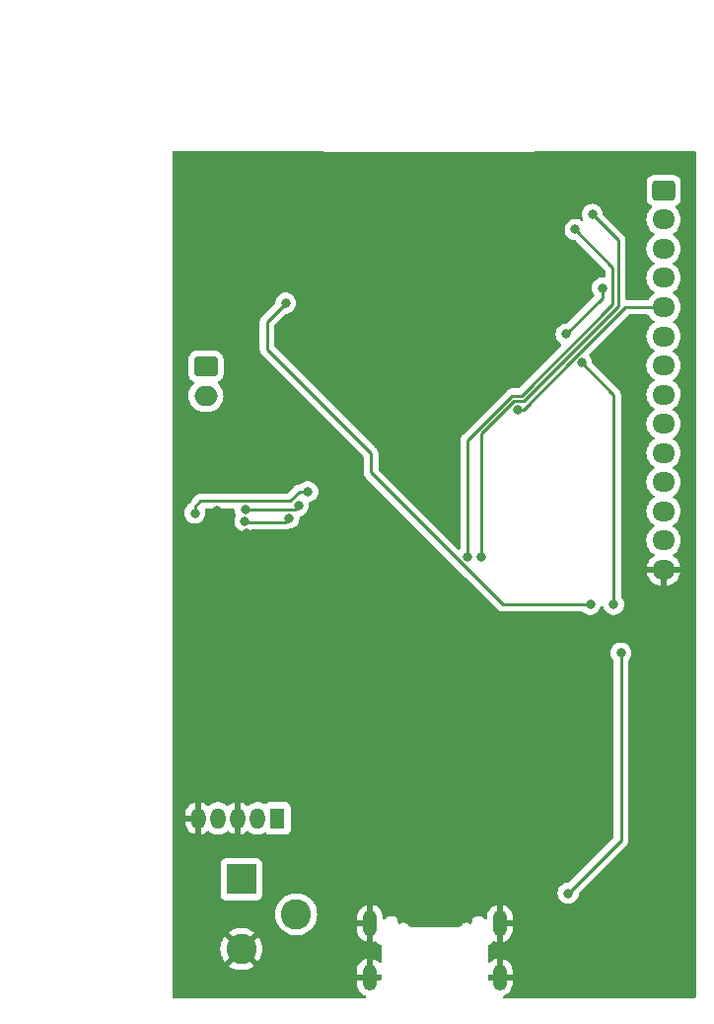
<source format=gbr>
%TF.GenerationSoftware,KiCad,Pcbnew,7.0.8*%
%TF.CreationDate,2025-04-01T23:17:51+07:00*%
%TF.ProjectId,esp32_smth,65737033-325f-4736-9d74-682e6b696361,rev?*%
%TF.SameCoordinates,Original*%
%TF.FileFunction,Copper,L2,Bot*%
%TF.FilePolarity,Positive*%
%FSLAX46Y46*%
G04 Gerber Fmt 4.6, Leading zero omitted, Abs format (unit mm)*
G04 Created by KiCad (PCBNEW 7.0.8) date 2025-04-01 23:17:51*
%MOMM*%
%LPD*%
G01*
G04 APERTURE LIST*
G04 Aperture macros list*
%AMRoundRect*
0 Rectangle with rounded corners*
0 $1 Rounding radius*
0 $2 $3 $4 $5 $6 $7 $8 $9 X,Y pos of 4 corners*
0 Add a 4 corners polygon primitive as box body*
4,1,4,$2,$3,$4,$5,$6,$7,$8,$9,$2,$3,0*
0 Add four circle primitives for the rounded corners*
1,1,$1+$1,$2,$3*
1,1,$1+$1,$4,$5*
1,1,$1+$1,$6,$7*
1,1,$1+$1,$8,$9*
0 Add four rect primitives between the rounded corners*
20,1,$1+$1,$2,$3,$4,$5,0*
20,1,$1+$1,$4,$5,$6,$7,0*
20,1,$1+$1,$6,$7,$8,$9,0*
20,1,$1+$1,$8,$9,$2,$3,0*%
G04 Aperture macros list end*
%TA.AperFunction,ComponentPad*%
%ADD10R,2.600000X2.600000*%
%TD*%
%TA.AperFunction,ComponentPad*%
%ADD11C,2.600000*%
%TD*%
%TA.AperFunction,ComponentPad*%
%ADD12O,1.200000X2.250000*%
%TD*%
%TA.AperFunction,ComponentPad*%
%ADD13RoundRect,0.250000X-0.725000X0.600000X-0.725000X-0.600000X0.725000X-0.600000X0.725000X0.600000X0*%
%TD*%
%TA.AperFunction,ComponentPad*%
%ADD14O,1.950000X1.700000*%
%TD*%
%TA.AperFunction,ComponentPad*%
%ADD15R,1.275000X1.800000*%
%TD*%
%TA.AperFunction,ComponentPad*%
%ADD16O,1.275000X1.800000*%
%TD*%
%TA.AperFunction,ComponentPad*%
%ADD17RoundRect,0.250000X-0.750000X0.600000X-0.750000X-0.600000X0.750000X-0.600000X0.750000X0.600000X0*%
%TD*%
%TA.AperFunction,ComponentPad*%
%ADD18O,2.000000X1.700000*%
%TD*%
%TA.AperFunction,ViaPad*%
%ADD19C,0.800000*%
%TD*%
%TA.AperFunction,Conductor*%
%ADD20C,0.250000*%
%TD*%
G04 APERTURE END LIST*
D10*
%TO.P,J4,1*%
%TO.N,VCC*%
X182675000Y-148850000D03*
D11*
%TO.P,J4,2*%
%TO.N,GND*%
X182675000Y-154850000D03*
%TO.P,J4,3*%
%TO.N,N/C*%
X187375000Y-151850000D03*
%TD*%
D12*
%TO.P,J2,S1,SHIELD*%
%TO.N,GND*%
X193690000Y-157252500D03*
X193710000Y-152652500D03*
X204840000Y-157252500D03*
X204860000Y-152652500D03*
%TD*%
D13*
%TO.P,J1,1,Pin_1*%
%TO.N,MOSI*%
X218925000Y-89800000D03*
D14*
%TO.P,J1,2,Pin_2*%
%TO.N,MISO*%
X218925000Y-92300000D03*
%TO.P,J1,3,Pin_3*%
%TO.N,PWR*%
X218925000Y-94800000D03*
%TO.P,J1,4,Pin_4*%
%TO.N,DC*%
X218925000Y-97300000D03*
%TO.P,J1,5,Pin_5*%
%TO.N,RESET*%
X218925000Y-99800000D03*
%TO.P,J1,6,Pin_6*%
%TO.N,SCLK*%
X218925000Y-102300000D03*
%TO.P,J1,7,Pin_7*%
%TO.N,CS*%
X218925000Y-104800000D03*
%TO.P,J1,8,Pin_8*%
%TO.N,CS2*%
X218925000Y-107300000D03*
%TO.P,J1,9,Pin_9*%
%TO.N,unconnected-(J1-Pin_9-Pad9)*%
X218925000Y-109800000D03*
%TO.P,J1,10,Pin_10*%
%TO.N,unconnected-(J1-Pin_10-Pad10)*%
X218925000Y-112300000D03*
%TO.P,J1,11,Pin_11*%
%TO.N,unconnected-(J1-Pin_11-Pad11)*%
X218925000Y-114800000D03*
%TO.P,J1,12,Pin_12*%
%TO.N,unconnected-(J1-Pin_12-Pad12)*%
X218925000Y-117300000D03*
%TO.P,J1,13,Pin_13*%
%TO.N,PWR*%
X218925000Y-119800000D03*
%TO.P,J1,14,Pin_14*%
%TO.N,GND*%
X218925000Y-122300000D03*
%TD*%
D15*
%TO.P,U2,1,VIN*%
%TO.N,VCC*%
X185775000Y-143630000D03*
D16*
%TO.P,U2,2,OUT*%
%TO.N,Net-(D1-K)*%
X184075000Y-143630000D03*
%TO.P,U2,3,GND*%
%TO.N,GND*%
X182375000Y-143630000D03*
%TO.P,U2,4,FB*%
%TO.N,Net-(U2-FB)*%
X180675000Y-143630000D03*
%TO.P,U2,5,~{ON}/OFF*%
%TO.N,GND*%
X178975000Y-143630000D03*
%TD*%
D17*
%TO.P,J3,1,Pin_1*%
%TO.N,Net-(J3-Pin_2)*%
X179625000Y-104900000D03*
D18*
%TO.P,J3,2,Pin_2*%
%TO.N,Net-(J3-Pin_1)*%
X179625000Y-107400000D03*
%TD*%
D19*
%TO.N,GND*%
X201175000Y-94275000D03*
X206975000Y-152700000D03*
X191525000Y-152750000D03*
X179775000Y-146325000D03*
X180600000Y-117199500D03*
X183075000Y-119200000D03*
X178075000Y-116300000D03*
X177350000Y-121375000D03*
X182525000Y-109800000D03*
X177375000Y-111475000D03*
%TO.N,EN*%
X186475000Y-99450000D03*
X215257393Y-129468009D03*
X210725000Y-150050000D03*
X212625000Y-125275000D03*
%TO.N,DC*%
X210550000Y-102125000D03*
X213675000Y-98150000D03*
%TO.N,RESET*%
X206400000Y-108575000D03*
%TO.N,DIN*%
X178675000Y-117475000D03*
X188375000Y-115625000D03*
%TO.N,BOOT*%
X214625000Y-125300000D03*
X211875000Y-104575000D03*
%TO.N,RX0*%
X211325000Y-93150000D03*
X202100000Y-121250000D03*
%TO.N,TX0*%
X212800000Y-91850000D03*
X203300000Y-121225000D03*
%TO.N,LRCLK*%
X182965595Y-118173461D03*
X186750000Y-117899500D03*
%TO.N,BCLK*%
X182999951Y-117174549D03*
X187575000Y-116825000D03*
%TD*%
D20*
%TO.N,LRCLK*%
X186385896Y-118263604D02*
X186750000Y-117899500D01*
X182965595Y-118173461D02*
X183055738Y-118263604D01*
X183055738Y-118263604D02*
X186385896Y-118263604D01*
%TO.N,BCLK*%
X187225000Y-117175000D02*
X187575000Y-116825000D01*
X183000402Y-117175000D02*
X187225000Y-117175000D01*
X182999951Y-117174549D02*
X183000402Y-117175000D01*
%TO.N,DIN*%
X179175000Y-116425000D02*
X178675000Y-116925000D01*
X186850000Y-116425000D02*
X179175000Y-116425000D01*
X187650000Y-115625000D02*
X186850000Y-116425000D01*
X178675000Y-116925000D02*
X178675000Y-117475000D01*
X188375000Y-115625000D02*
X187650000Y-115625000D01*
%TO.N,EN*%
X193800000Y-113975305D02*
X205099695Y-125275000D01*
X193800000Y-112350000D02*
X193800000Y-113975305D01*
X184875000Y-103425000D02*
X193800000Y-112350000D01*
X205099695Y-125275000D02*
X212625000Y-125275000D01*
X184875000Y-101050000D02*
X184875000Y-103425000D01*
X186475000Y-99450000D02*
X184875000Y-101050000D01*
X215257393Y-129468009D02*
X215257393Y-145517607D01*
X215257393Y-145517607D02*
X210725000Y-150050000D01*
%TO.N,DC*%
X213675000Y-99000000D02*
X210550000Y-102125000D01*
X213675000Y-98150000D02*
X213675000Y-99000000D01*
%TO.N,RESET*%
X211150000Y-104274695D02*
X211574695Y-103850000D01*
X206875000Y-108575000D02*
X211150000Y-104300000D01*
X215650000Y-99800000D02*
X218925000Y-99800000D01*
X211574695Y-103850000D02*
X211600000Y-103850000D01*
X211150000Y-104300000D02*
X211150000Y-104274695D01*
X206400000Y-108575000D02*
X206875000Y-108575000D01*
X211600000Y-103850000D02*
X215650000Y-99800000D01*
%TO.N,BOOT*%
X214625000Y-107325000D02*
X211875000Y-104575000D01*
X214625000Y-125300000D02*
X214625000Y-107325000D01*
%TO.N,RX0*%
X214550000Y-96375000D02*
X211325000Y-93150000D01*
X214550000Y-99563604D02*
X214550000Y-96375000D01*
X205913299Y-107400000D02*
X206713604Y-107400000D01*
X206713604Y-107400000D02*
X214550000Y-99563604D01*
X202100000Y-121250000D02*
X202100000Y-111213299D01*
X202100000Y-111213299D02*
X205913299Y-107400000D01*
%TO.N,TX0*%
X206900000Y-107850000D02*
X215025000Y-99725000D01*
X215025000Y-94075000D02*
X212800000Y-91850000D01*
X215025000Y-99725000D02*
X215025000Y-94075000D01*
X203300000Y-110649695D02*
X206099695Y-107850000D01*
X203300000Y-121225000D02*
X203300000Y-110649695D01*
X206099695Y-107850000D02*
X206900000Y-107850000D01*
%TD*%
%TA.AperFunction,Conductor*%
%TO.N,GND*%
G36*
X163533614Y-82036788D02*
G01*
X163533610Y-82036788D01*
X216112906Y-75641201D01*
X163533614Y-82036788D01*
G37*
%TD.AperFunction*%
%TD*%
%TA.AperFunction,Conductor*%
%TO.N,GND*%
G36*
X189743039Y-86420185D02*
G01*
X189788794Y-86472989D01*
X189793188Y-86493188D01*
X189800000Y-86500000D01*
X207800000Y-86500000D01*
X207810184Y-86489815D01*
X207819685Y-86457461D01*
X207872489Y-86411706D01*
X207924000Y-86400500D01*
X221575500Y-86400500D01*
X221642539Y-86420185D01*
X221688294Y-86472989D01*
X221699500Y-86524500D01*
X221699500Y-158925500D01*
X221679815Y-158992539D01*
X221627011Y-159038294D01*
X221575500Y-159049500D01*
X205272683Y-159049500D01*
X205205644Y-159029815D01*
X205159889Y-158977011D01*
X205149945Y-158907853D01*
X205178970Y-158844297D01*
X205221172Y-158812705D01*
X205392507Y-158734459D01*
X205563619Y-158612610D01*
X205563625Y-158612604D01*
X205708592Y-158460567D01*
X205822166Y-158283842D01*
X205900244Y-158088814D01*
X205940000Y-157882537D01*
X205940000Y-157502500D01*
X205140000Y-157502500D01*
X205140000Y-157002500D01*
X205940000Y-157002500D01*
X205940000Y-156675101D01*
X205925034Y-156518377D01*
X205925033Y-156518373D01*
X205865850Y-156316813D01*
X205769586Y-156130085D01*
X205639731Y-155964962D01*
X205639728Y-155964959D01*
X205480969Y-155827394D01*
X205480958Y-155827385D01*
X205299039Y-155722355D01*
X205299032Y-155722352D01*
X205100516Y-155653644D01*
X205090000Y-155652132D01*
X205090000Y-156561389D01*
X205065543Y-156521890D01*
X204976038Y-156454299D01*
X204868160Y-156423605D01*
X204756479Y-156433954D01*
X204656078Y-156483948D01*
X204590000Y-156556430D01*
X204590000Y-155656240D01*
X204589999Y-155656240D01*
X204478594Y-155683268D01*
X204478582Y-155683272D01*
X204287497Y-155770537D01*
X204287496Y-155770538D01*
X204116380Y-155892389D01*
X204116373Y-155892395D01*
X204044244Y-155968043D01*
X203983735Y-156002978D01*
X203913944Y-155999653D01*
X203857030Y-155959124D01*
X203831062Y-155894259D01*
X203830501Y-155882473D01*
X203830501Y-154658266D01*
X203832085Y-154638509D01*
X203837448Y-154605294D01*
X203849899Y-154567759D01*
X203860786Y-154546871D01*
X203884430Y-154515163D01*
X203901338Y-154498771D01*
X203933758Y-154476126D01*
X203964292Y-154461395D01*
X203982918Y-154454197D01*
X204035433Y-154438629D01*
X204035554Y-154438574D01*
X204035561Y-154438573D01*
X204146893Y-154370466D01*
X204237045Y-154276093D01*
X204256084Y-154241510D01*
X204305658Y-154192279D01*
X204373981Y-154177662D01*
X204405266Y-154184135D01*
X204599487Y-154251356D01*
X204610000Y-154252867D01*
X204610000Y-153343610D01*
X204634457Y-153383110D01*
X204723962Y-153450701D01*
X204831840Y-153481395D01*
X204943521Y-153471046D01*
X205043922Y-153421052D01*
X205110000Y-153348569D01*
X205110000Y-154248757D01*
X205221409Y-154221729D01*
X205412507Y-154134459D01*
X205583619Y-154012610D01*
X205583625Y-154012604D01*
X205728592Y-153860567D01*
X205842166Y-153683842D01*
X205920244Y-153488814D01*
X205960000Y-153282537D01*
X205960000Y-152902500D01*
X205160000Y-152902500D01*
X205160000Y-152402500D01*
X205960000Y-152402500D01*
X205960000Y-152075101D01*
X205945034Y-151918377D01*
X205945033Y-151918373D01*
X205885850Y-151716813D01*
X205789586Y-151530085D01*
X205659731Y-151364962D01*
X205659728Y-151364959D01*
X205500969Y-151227394D01*
X205500958Y-151227385D01*
X205319039Y-151122355D01*
X205319032Y-151122352D01*
X205120516Y-151053644D01*
X205110000Y-151052132D01*
X205110000Y-151961389D01*
X205085543Y-151921890D01*
X204996038Y-151854299D01*
X204888160Y-151823605D01*
X204776479Y-151833954D01*
X204676078Y-151883948D01*
X204610000Y-151956430D01*
X204610000Y-151056240D01*
X204609999Y-151056240D01*
X204498594Y-151083268D01*
X204498582Y-151083272D01*
X204307497Y-151170537D01*
X204307496Y-151170538D01*
X204136380Y-151292389D01*
X204136374Y-151292395D01*
X203991407Y-151444432D01*
X203877833Y-151621157D01*
X203799755Y-151816185D01*
X203760000Y-152022462D01*
X203760000Y-152206684D01*
X203740315Y-152273723D01*
X203687511Y-152319478D01*
X203618353Y-152329422D01*
X203554797Y-152300397D01*
X203537625Y-152282171D01*
X203479701Y-152206684D01*
X203445451Y-152162049D01*
X203325233Y-152069802D01*
X203325229Y-152069800D01*
X203261801Y-152043527D01*
X203185236Y-152011813D01*
X203171171Y-152009961D01*
X203072727Y-151997000D01*
X203072720Y-151997000D01*
X202997280Y-151997000D01*
X202997272Y-151997000D01*
X202884764Y-152011813D01*
X202884763Y-152011813D01*
X202744770Y-152069800D01*
X202744767Y-152069801D01*
X202744767Y-152069802D01*
X202705806Y-152099698D01*
X202624549Y-152162049D01*
X202532300Y-152282270D01*
X202474313Y-152422263D01*
X202474313Y-152422264D01*
X202454158Y-152575352D01*
X202425891Y-152639248D01*
X202367567Y-152677719D01*
X202297702Y-152678550D01*
X202269219Y-152666553D01*
X202173189Y-152611110D01*
X202173186Y-152611109D01*
X202045892Y-152577001D01*
X201914108Y-152577001D01*
X201786814Y-152611109D01*
X201739071Y-152638674D01*
X201690784Y-152666553D01*
X201672684Y-152677003D01*
X201579502Y-152770183D01*
X201551978Y-152817855D01*
X201539577Y-152835564D01*
X201516073Y-152863572D01*
X201483082Y-152891252D01*
X201460952Y-152904027D01*
X201420484Y-152918753D01*
X201384381Y-152925117D01*
X201362855Y-152927000D01*
X197197062Y-152927000D01*
X197175541Y-152925118D01*
X197139514Y-152918768D01*
X197099046Y-152904043D01*
X197076910Y-152891265D01*
X197043917Y-152863584D01*
X197039546Y-152858376D01*
X197020466Y-152835639D01*
X197008066Y-152817931D01*
X196997935Y-152800385D01*
X196979111Y-152765212D01*
X196977125Y-152764515D01*
X196961824Y-152751512D01*
X196887317Y-152677003D01*
X196869217Y-152666553D01*
X196820930Y-152638674D01*
X196773187Y-152611109D01*
X196657573Y-152580131D01*
X196645892Y-152577001D01*
X196514108Y-152577001D01*
X196386815Y-152611109D01*
X196386814Y-152611109D01*
X196300073Y-152661189D01*
X196232173Y-152677661D01*
X196166146Y-152654808D01*
X196122956Y-152599886D01*
X196115135Y-152569986D01*
X196095687Y-152422265D01*
X196095687Y-152422264D01*
X196037698Y-152282267D01*
X195945451Y-152162049D01*
X195825233Y-152069802D01*
X195825229Y-152069800D01*
X195761801Y-152043527D01*
X195685236Y-152011813D01*
X195671171Y-152009961D01*
X195572727Y-151997000D01*
X195572720Y-151997000D01*
X195497280Y-151997000D01*
X195497272Y-151997000D01*
X195384764Y-152011813D01*
X195384763Y-152011813D01*
X195244770Y-152069800D01*
X195244767Y-152069801D01*
X195244767Y-152069802D01*
X195124549Y-152162049D01*
X195124548Y-152162050D01*
X195124547Y-152162051D01*
X195032375Y-152282171D01*
X194975947Y-152323373D01*
X194906201Y-152327528D01*
X194845281Y-152293315D01*
X194812529Y-152231598D01*
X194810000Y-152206684D01*
X194810000Y-152075101D01*
X194795034Y-151918377D01*
X194795033Y-151918373D01*
X194735850Y-151716813D01*
X194639586Y-151530085D01*
X194509731Y-151364962D01*
X194509728Y-151364959D01*
X194350969Y-151227394D01*
X194350958Y-151227385D01*
X194169039Y-151122355D01*
X194169032Y-151122352D01*
X193970516Y-151053644D01*
X193960000Y-151052132D01*
X193960000Y-151961389D01*
X193935543Y-151921890D01*
X193846038Y-151854299D01*
X193738160Y-151823605D01*
X193626479Y-151833954D01*
X193526078Y-151883948D01*
X193460000Y-151956430D01*
X193460000Y-151056240D01*
X193459999Y-151056240D01*
X193348594Y-151083268D01*
X193348582Y-151083272D01*
X193157497Y-151170537D01*
X193157496Y-151170538D01*
X192986380Y-151292389D01*
X192986374Y-151292395D01*
X192841407Y-151444432D01*
X192727833Y-151621157D01*
X192649755Y-151816185D01*
X192610000Y-152022462D01*
X192610000Y-152402500D01*
X193410000Y-152402500D01*
X193410000Y-152902500D01*
X192610000Y-152902500D01*
X192610000Y-153229898D01*
X192624965Y-153386622D01*
X192624966Y-153386626D01*
X192684149Y-153588186D01*
X192780413Y-153774914D01*
X192910268Y-153940037D01*
X192910271Y-153940040D01*
X193069030Y-154077605D01*
X193069041Y-154077614D01*
X193250960Y-154182644D01*
X193250967Y-154182647D01*
X193449487Y-154251356D01*
X193460000Y-154252867D01*
X193460000Y-153343610D01*
X193484457Y-153383110D01*
X193573962Y-153450701D01*
X193681840Y-153481395D01*
X193793521Y-153471046D01*
X193893922Y-153421052D01*
X193960000Y-153348569D01*
X193960000Y-154248757D01*
X194071412Y-154221729D01*
X194143849Y-154188648D01*
X194213007Y-154178704D01*
X194276563Y-154207729D01*
X194303986Y-154241636D01*
X194322956Y-154276091D01*
X194322957Y-154276093D01*
X194413109Y-154370465D01*
X194524441Y-154438571D01*
X194577100Y-154454197D01*
X194577376Y-154454279D01*
X194596022Y-154461493D01*
X194626253Y-154476094D01*
X194658659Y-154498747D01*
X194675570Y-154515151D01*
X194699202Y-154546861D01*
X194710087Y-154567753D01*
X194722533Y-154605287D01*
X194727916Y-154638634D01*
X194729501Y-154658395D01*
X194729501Y-155911580D01*
X194709816Y-155978619D01*
X194657012Y-156024374D01*
X194587854Y-156034318D01*
X194524298Y-156005293D01*
X194508031Y-155988233D01*
X194489727Y-155964958D01*
X194330969Y-155827394D01*
X194330958Y-155827385D01*
X194149039Y-155722355D01*
X194149032Y-155722352D01*
X193950516Y-155653644D01*
X193940000Y-155652132D01*
X193940000Y-156561389D01*
X193915543Y-156521890D01*
X193826038Y-156454299D01*
X193718160Y-156423605D01*
X193606479Y-156433954D01*
X193506078Y-156483948D01*
X193440000Y-156556430D01*
X193440000Y-155656240D01*
X193439999Y-155656240D01*
X193328594Y-155683268D01*
X193328582Y-155683272D01*
X193137497Y-155770537D01*
X193137496Y-155770538D01*
X192966380Y-155892389D01*
X192966374Y-155892395D01*
X192821407Y-156044432D01*
X192707833Y-156221157D01*
X192629755Y-156416185D01*
X192590000Y-156622462D01*
X192590000Y-157002500D01*
X193390000Y-157002500D01*
X193390000Y-157502500D01*
X192590000Y-157502500D01*
X192590000Y-157829898D01*
X192604965Y-157986622D01*
X192604966Y-157986626D01*
X192664149Y-158188186D01*
X192760413Y-158374914D01*
X192890268Y-158540037D01*
X192890271Y-158540040D01*
X193049030Y-158677605D01*
X193049041Y-158677614D01*
X193230960Y-158782644D01*
X193230967Y-158782647D01*
X193305142Y-158808320D01*
X193362056Y-158848848D01*
X193388024Y-158913713D01*
X193374801Y-158982320D01*
X193326585Y-159032887D01*
X193264585Y-159049500D01*
X176874500Y-159049500D01*
X176807461Y-159029815D01*
X176761706Y-158977011D01*
X176750500Y-158925500D01*
X176750500Y-154850004D01*
X180869953Y-154850004D01*
X180890113Y-155119026D01*
X180890113Y-155119028D01*
X180950142Y-155382033D01*
X180950148Y-155382052D01*
X181048709Y-155633181D01*
X181048708Y-155633181D01*
X181183602Y-155866822D01*
X181237294Y-155934151D01*
X181237295Y-155934151D01*
X181958338Y-155213108D01*
X182045577Y-155351948D01*
X182173052Y-155479423D01*
X182311890Y-155566661D01*
X181589848Y-156288702D01*
X181772483Y-156413220D01*
X181772485Y-156413221D01*
X182015539Y-156530269D01*
X182015537Y-156530269D01*
X182273337Y-156609790D01*
X182273343Y-156609792D01*
X182540101Y-156649999D01*
X182540110Y-156650000D01*
X182809890Y-156650000D01*
X182809898Y-156649999D01*
X183076656Y-156609792D01*
X183076662Y-156609790D01*
X183334461Y-156530269D01*
X183577521Y-156413218D01*
X183760150Y-156288702D01*
X183038108Y-155566661D01*
X183176948Y-155479423D01*
X183304423Y-155351948D01*
X183391661Y-155213108D01*
X184112703Y-155934151D01*
X184112704Y-155934150D01*
X184166393Y-155866828D01*
X184166400Y-155866817D01*
X184301290Y-155633181D01*
X184399851Y-155382052D01*
X184399857Y-155382033D01*
X184459886Y-155119028D01*
X184459886Y-155119026D01*
X184480047Y-154850004D01*
X184480047Y-154849995D01*
X184459886Y-154580973D01*
X184459886Y-154580971D01*
X184399857Y-154317966D01*
X184399851Y-154317947D01*
X184301290Y-154066818D01*
X184301291Y-154066818D01*
X184166397Y-153833177D01*
X184112704Y-153765847D01*
X183391660Y-154486890D01*
X183304423Y-154348052D01*
X183176948Y-154220577D01*
X183038108Y-154133338D01*
X183760150Y-153411296D01*
X183577517Y-153286779D01*
X183577516Y-153286778D01*
X183334460Y-153169730D01*
X183334462Y-153169730D01*
X183076662Y-153090209D01*
X183076656Y-153090207D01*
X182809898Y-153050000D01*
X182540101Y-153050000D01*
X182273343Y-153090207D01*
X182273337Y-153090209D01*
X182015538Y-153169730D01*
X181772485Y-153286778D01*
X181772476Y-153286783D01*
X181589848Y-153411296D01*
X182311891Y-154133338D01*
X182173052Y-154220577D01*
X182045577Y-154348052D01*
X181958338Y-154486891D01*
X181237295Y-153765848D01*
X181183600Y-153833180D01*
X181048709Y-154066818D01*
X180950148Y-154317947D01*
X180950142Y-154317966D01*
X180890113Y-154580971D01*
X180890113Y-154580973D01*
X180869953Y-154849995D01*
X180869953Y-154850004D01*
X176750500Y-154850004D01*
X176750500Y-151850004D01*
X185569451Y-151850004D01*
X185589616Y-152119101D01*
X185649664Y-152382188D01*
X185649666Y-152382195D01*
X185739509Y-152611110D01*
X185748257Y-152633398D01*
X185883185Y-152867102D01*
X185939976Y-152938315D01*
X186051442Y-153078089D01*
X186219023Y-153233580D01*
X186249259Y-153261635D01*
X186472226Y-153413651D01*
X186715359Y-153530738D01*
X186973228Y-153610280D01*
X186973229Y-153610280D01*
X186973232Y-153610281D01*
X187240063Y-153650499D01*
X187240068Y-153650499D01*
X187240071Y-153650500D01*
X187240072Y-153650500D01*
X187509928Y-153650500D01*
X187509929Y-153650500D01*
X187509936Y-153650499D01*
X187776767Y-153610281D01*
X187776768Y-153610280D01*
X187776772Y-153610280D01*
X188034641Y-153530738D01*
X188262423Y-153421044D01*
X188277767Y-153413655D01*
X188277767Y-153413654D01*
X188277775Y-153413651D01*
X188500741Y-153261635D01*
X188654259Y-153119190D01*
X188698557Y-153078089D01*
X188698557Y-153078087D01*
X188698561Y-153078085D01*
X188866815Y-152867102D01*
X189001743Y-152633398D01*
X189100334Y-152382195D01*
X189160383Y-152119103D01*
X189180549Y-151850000D01*
X189160383Y-151580897D01*
X189100334Y-151317805D01*
X189001743Y-151066602D01*
X188866815Y-150832898D01*
X188698561Y-150621915D01*
X188698560Y-150621914D01*
X188698557Y-150621910D01*
X188500741Y-150438365D01*
X188471277Y-150418277D01*
X188277775Y-150286349D01*
X188277769Y-150286346D01*
X188277768Y-150286345D01*
X188277767Y-150286344D01*
X188034643Y-150169263D01*
X188034645Y-150169263D01*
X187776773Y-150089720D01*
X187776767Y-150089718D01*
X187513253Y-150050000D01*
X209819540Y-150050000D01*
X209839326Y-150238256D01*
X209839327Y-150238259D01*
X209897818Y-150418277D01*
X209897821Y-150418284D01*
X209992467Y-150582216D01*
X210119129Y-150722888D01*
X210272265Y-150834148D01*
X210272270Y-150834151D01*
X210445192Y-150911142D01*
X210445197Y-150911144D01*
X210630354Y-150950500D01*
X210630355Y-150950500D01*
X210819644Y-150950500D01*
X210819646Y-150950500D01*
X211004803Y-150911144D01*
X211177730Y-150834151D01*
X211330871Y-150722888D01*
X211457533Y-150582216D01*
X211552179Y-150418284D01*
X211610674Y-150238256D01*
X211628321Y-150070345D01*
X211654905Y-150005732D01*
X211663952Y-149995636D01*
X215641179Y-146018409D01*
X215653441Y-146008587D01*
X215653258Y-146008366D01*
X215659260Y-146003399D01*
X215659270Y-146003393D01*
X215706634Y-145952955D01*
X215727513Y-145932077D01*
X215731766Y-145926593D01*
X215735543Y-145922170D01*
X215767455Y-145888189D01*
X215777107Y-145870630D01*
X215787782Y-145854379D01*
X215800067Y-145838543D01*
X215818579Y-145795759D01*
X215821135Y-145790542D01*
X215843590Y-145749699D01*
X215848573Y-145730287D01*
X215854870Y-145711898D01*
X215862831Y-145693502D01*
X215870122Y-145647460D01*
X215871301Y-145641769D01*
X215882893Y-145596626D01*
X215882893Y-145576590D01*
X215884420Y-145557189D01*
X215887553Y-145537411D01*
X215883168Y-145491022D01*
X215882893Y-145485184D01*
X215882893Y-130166696D01*
X215902578Y-130099657D01*
X215914743Y-130083724D01*
X215933284Y-130063131D01*
X215989926Y-130000225D01*
X216084572Y-129836293D01*
X216143067Y-129656265D01*
X216162853Y-129468009D01*
X216143067Y-129279753D01*
X216084572Y-129099725D01*
X215989926Y-128935793D01*
X215863264Y-128795121D01*
X215863263Y-128795120D01*
X215710127Y-128683860D01*
X215710122Y-128683857D01*
X215537200Y-128606866D01*
X215537195Y-128606864D01*
X215391394Y-128575874D01*
X215352039Y-128567509D01*
X215162747Y-128567509D01*
X215130290Y-128574407D01*
X214977590Y-128606864D01*
X214977585Y-128606866D01*
X214804663Y-128683857D01*
X214804658Y-128683860D01*
X214651522Y-128795120D01*
X214524859Y-128935794D01*
X214430214Y-129099724D01*
X214430211Y-129099731D01*
X214371720Y-129279749D01*
X214371719Y-129279753D01*
X214351933Y-129468009D01*
X214371719Y-129656265D01*
X214371720Y-129656268D01*
X214430211Y-129836286D01*
X214430214Y-129836293D01*
X214524860Y-130000225D01*
X214568165Y-130048319D01*
X214600043Y-130083724D01*
X214630273Y-130146715D01*
X214631893Y-130166696D01*
X214631893Y-145207154D01*
X214612208Y-145274193D01*
X214595574Y-145294835D01*
X210777228Y-149113181D01*
X210715905Y-149146666D01*
X210689547Y-149149500D01*
X210630354Y-149149500D01*
X210597897Y-149156398D01*
X210445197Y-149188855D01*
X210445192Y-149188857D01*
X210272270Y-149265848D01*
X210272265Y-149265851D01*
X210119129Y-149377111D01*
X209992466Y-149517785D01*
X209897821Y-149681715D01*
X209897818Y-149681722D01*
X209839327Y-149861740D01*
X209839326Y-149861744D01*
X209819540Y-150050000D01*
X187513253Y-150050000D01*
X187509936Y-150049500D01*
X187509929Y-150049500D01*
X187240071Y-150049500D01*
X187240063Y-150049500D01*
X186973232Y-150089718D01*
X186973226Y-150089720D01*
X186715358Y-150169262D01*
X186472230Y-150286346D01*
X186249258Y-150438365D01*
X186051442Y-150621910D01*
X185883185Y-150832898D01*
X185748258Y-151066599D01*
X185748256Y-151066603D01*
X185649666Y-151317804D01*
X185649664Y-151317811D01*
X185589616Y-151580898D01*
X185569451Y-151849995D01*
X185569451Y-151850004D01*
X176750500Y-151850004D01*
X176750500Y-150197870D01*
X180874500Y-150197870D01*
X180874501Y-150197876D01*
X180880908Y-150257483D01*
X180931202Y-150392328D01*
X180931206Y-150392335D01*
X181017452Y-150507544D01*
X181017455Y-150507547D01*
X181132664Y-150593793D01*
X181132671Y-150593797D01*
X181267517Y-150644091D01*
X181267516Y-150644091D01*
X181274444Y-150644835D01*
X181327127Y-150650500D01*
X184022872Y-150650499D01*
X184082483Y-150644091D01*
X184217331Y-150593796D01*
X184332546Y-150507546D01*
X184418796Y-150392331D01*
X184469091Y-150257483D01*
X184475500Y-150197873D01*
X184475499Y-147502128D01*
X184469091Y-147442517D01*
X184418796Y-147307669D01*
X184418795Y-147307668D01*
X184418793Y-147307664D01*
X184332547Y-147192455D01*
X184332544Y-147192452D01*
X184217335Y-147106206D01*
X184217328Y-147106202D01*
X184082482Y-147055908D01*
X184082483Y-147055908D01*
X184022883Y-147049501D01*
X184022881Y-147049500D01*
X184022873Y-147049500D01*
X184022864Y-147049500D01*
X181327129Y-147049500D01*
X181327123Y-147049501D01*
X181267516Y-147055908D01*
X181132671Y-147106202D01*
X181132664Y-147106206D01*
X181017455Y-147192452D01*
X181017452Y-147192455D01*
X180931206Y-147307664D01*
X180931202Y-147307671D01*
X180880908Y-147442517D01*
X180874501Y-147502116D01*
X180874501Y-147502123D01*
X180874500Y-147502135D01*
X180874500Y-150197870D01*
X176750500Y-150197870D01*
X176750500Y-143946687D01*
X177837500Y-143946687D01*
X177852974Y-144108741D01*
X177852977Y-144108758D01*
X177914176Y-144317185D01*
X178013723Y-144510280D01*
X178148005Y-144681032D01*
X178148009Y-144681035D01*
X178312186Y-144823297D01*
X178500312Y-144931911D01*
X178705603Y-145002963D01*
X178725000Y-145005751D01*
X178725000Y-144121683D01*
X178753819Y-144139209D01*
X178899404Y-144180000D01*
X179012622Y-144180000D01*
X179124783Y-144164584D01*
X179225000Y-144121053D01*
X179225000Y-145002343D01*
X179348729Y-144972328D01*
X179546337Y-144882085D01*
X179546338Y-144882084D01*
X179723287Y-144756078D01*
X179723290Y-144756075D01*
X179737183Y-144741505D01*
X179797692Y-144706569D01*
X179867482Y-144709892D01*
X179910466Y-144735436D01*
X179986262Y-144804533D01*
X179986265Y-144804535D01*
X180165573Y-144915558D01*
X180165574Y-144915558D01*
X180165577Y-144915560D01*
X180362237Y-144991746D01*
X180569549Y-145030500D01*
X180569551Y-145030500D01*
X180780449Y-145030500D01*
X180780451Y-145030500D01*
X180987763Y-144991746D01*
X181184423Y-144915560D01*
X181363736Y-144804534D01*
X181441542Y-144733604D01*
X181504343Y-144702988D01*
X181573730Y-144711185D01*
X181606281Y-144731529D01*
X181712186Y-144823297D01*
X181900312Y-144931911D01*
X182105603Y-145002963D01*
X182125000Y-145005751D01*
X182125000Y-144121683D01*
X182153819Y-144139209D01*
X182299404Y-144180000D01*
X182412622Y-144180000D01*
X182524783Y-144164584D01*
X182625000Y-144121053D01*
X182625000Y-145002343D01*
X182748729Y-144972328D01*
X182946337Y-144882085D01*
X182946338Y-144882084D01*
X183123287Y-144756078D01*
X183123290Y-144756075D01*
X183137183Y-144741505D01*
X183197692Y-144706569D01*
X183267482Y-144709892D01*
X183310466Y-144735436D01*
X183386262Y-144804533D01*
X183386265Y-144804535D01*
X183565573Y-144915558D01*
X183565574Y-144915558D01*
X183565577Y-144915560D01*
X183762237Y-144991746D01*
X183969549Y-145030500D01*
X183969551Y-145030500D01*
X184180449Y-145030500D01*
X184180451Y-145030500D01*
X184387763Y-144991746D01*
X184584423Y-144915560D01*
X184640026Y-144881131D01*
X184707385Y-144862575D01*
X184774085Y-144883382D01*
X184779616Y-144887292D01*
X184779952Y-144887543D01*
X184779954Y-144887546D01*
X184893208Y-144972328D01*
X184895168Y-144973795D01*
X184895171Y-144973797D01*
X185030017Y-145024091D01*
X185030016Y-145024091D01*
X185036944Y-145024835D01*
X185089627Y-145030500D01*
X186460372Y-145030499D01*
X186519983Y-145024091D01*
X186654831Y-144973796D01*
X186770046Y-144887546D01*
X186856296Y-144772331D01*
X186906591Y-144637483D01*
X186913000Y-144577873D01*
X186912999Y-142682128D01*
X186906591Y-142622517D01*
X186879101Y-142548813D01*
X186856297Y-142487671D01*
X186856293Y-142487664D01*
X186770047Y-142372455D01*
X186770044Y-142372452D01*
X186654835Y-142286206D01*
X186654828Y-142286202D01*
X186519982Y-142235908D01*
X186519983Y-142235908D01*
X186460383Y-142229501D01*
X186460381Y-142229500D01*
X186460373Y-142229500D01*
X186460364Y-142229500D01*
X185089629Y-142229500D01*
X185089623Y-142229501D01*
X185030016Y-142235908D01*
X184895171Y-142286202D01*
X184895169Y-142286203D01*
X184779615Y-142372708D01*
X184714151Y-142397125D01*
X184645878Y-142382274D01*
X184640027Y-142378868D01*
X184584428Y-142344443D01*
X184584425Y-142344441D01*
X184584423Y-142344440D01*
X184584422Y-142344439D01*
X184584421Y-142344439D01*
X184437887Y-142287672D01*
X184387763Y-142268254D01*
X184180451Y-142229500D01*
X183969549Y-142229500D01*
X183762237Y-142268254D01*
X183762234Y-142268254D01*
X183762234Y-142268255D01*
X183565579Y-142344439D01*
X183565573Y-142344441D01*
X183386265Y-142455464D01*
X183386263Y-142455466D01*
X183308459Y-142526394D01*
X183245655Y-142557011D01*
X183176268Y-142548813D01*
X183143718Y-142528470D01*
X183037813Y-142436702D01*
X182849689Y-142328089D01*
X182644397Y-142257036D01*
X182625000Y-142254247D01*
X182625000Y-143138316D01*
X182596181Y-143120791D01*
X182450596Y-143080000D01*
X182337378Y-143080000D01*
X182225217Y-143095416D01*
X182125000Y-143138946D01*
X182125000Y-142257655D01*
X182001269Y-142287672D01*
X181803662Y-142377914D01*
X181803661Y-142377915D01*
X181626709Y-142503923D01*
X181612813Y-142518498D01*
X181552304Y-142553432D01*
X181482513Y-142550107D01*
X181439533Y-142524564D01*
X181363736Y-142455466D01*
X181363734Y-142455464D01*
X181184426Y-142344441D01*
X181184420Y-142344439D01*
X180987763Y-142268254D01*
X180780451Y-142229500D01*
X180569549Y-142229500D01*
X180362237Y-142268254D01*
X180362234Y-142268254D01*
X180362234Y-142268255D01*
X180165579Y-142344439D01*
X180165573Y-142344441D01*
X179986265Y-142455464D01*
X179986263Y-142455466D01*
X179908459Y-142526394D01*
X179845655Y-142557011D01*
X179776268Y-142548813D01*
X179743718Y-142528470D01*
X179637813Y-142436702D01*
X179449689Y-142328089D01*
X179244397Y-142257036D01*
X179225000Y-142254247D01*
X179225000Y-143138316D01*
X179196181Y-143120791D01*
X179050596Y-143080000D01*
X178937378Y-143080000D01*
X178825217Y-143095416D01*
X178725000Y-143138946D01*
X178725000Y-142257655D01*
X178601269Y-142287672D01*
X178403662Y-142377914D01*
X178403661Y-142377915D01*
X178226708Y-142503924D01*
X178226706Y-142503926D01*
X178076796Y-142661147D01*
X177959353Y-142843891D01*
X177878611Y-143045573D01*
X177837500Y-143258881D01*
X177837500Y-143380000D01*
X178480148Y-143380000D01*
X178431441Y-143517047D01*
X178421123Y-143667886D01*
X178451884Y-143815915D01*
X178485090Y-143880000D01*
X177837500Y-143880000D01*
X177837500Y-143946687D01*
X176750500Y-143946687D01*
X176750500Y-117475000D01*
X177769540Y-117475000D01*
X177789326Y-117663256D01*
X177789327Y-117663259D01*
X177847818Y-117843277D01*
X177847821Y-117843284D01*
X177942467Y-118007216D01*
X178069129Y-118147888D01*
X178222265Y-118259148D01*
X178222270Y-118259151D01*
X178395192Y-118336142D01*
X178395197Y-118336144D01*
X178580354Y-118375500D01*
X178580355Y-118375500D01*
X178769644Y-118375500D01*
X178769646Y-118375500D01*
X178954803Y-118336144D01*
X179127730Y-118259151D01*
X179280871Y-118147888D01*
X179407533Y-118007216D01*
X179502179Y-117843284D01*
X179560674Y-117663256D01*
X179580460Y-117475000D01*
X179560674Y-117286744D01*
X179536654Y-117212818D01*
X179534659Y-117142977D01*
X179570739Y-117083144D01*
X179633440Y-117052316D01*
X179654585Y-117050500D01*
X181970491Y-117050500D01*
X182037530Y-117070185D01*
X182083285Y-117122989D01*
X182093111Y-117168159D01*
X182093812Y-117168086D01*
X182094481Y-117174456D01*
X182094491Y-117174500D01*
X182094491Y-117174546D01*
X182094491Y-117174549D01*
X182114277Y-117362805D01*
X182114278Y-117362808D01*
X182172769Y-117542826D01*
X182172772Y-117542833D01*
X182195530Y-117582250D01*
X182212003Y-117650150D01*
X182195531Y-117706249D01*
X182138415Y-117805177D01*
X182082317Y-117977830D01*
X182079921Y-117985205D01*
X182060135Y-118173461D01*
X182079921Y-118361717D01*
X182079922Y-118361720D01*
X182138413Y-118541738D01*
X182138416Y-118541745D01*
X182233062Y-118705677D01*
X182331800Y-118815336D01*
X182359724Y-118846349D01*
X182512860Y-118957609D01*
X182512865Y-118957612D01*
X182685787Y-119034603D01*
X182685792Y-119034605D01*
X182870949Y-119073961D01*
X182870950Y-119073961D01*
X183060239Y-119073961D01*
X183060241Y-119073961D01*
X183245398Y-119034605D01*
X183418325Y-118957612D01*
X183427265Y-118951116D01*
X183480024Y-118912786D01*
X183545830Y-118889306D01*
X183552909Y-118889104D01*
X186303153Y-118889104D01*
X186318773Y-118890828D01*
X186318800Y-118890543D01*
X186326556Y-118891275D01*
X186326563Y-118891277D01*
X186395710Y-118889104D01*
X186425246Y-118889104D01*
X186432124Y-118888234D01*
X186437937Y-118887776D01*
X186484523Y-118886313D01*
X186503765Y-118880721D01*
X186522808Y-118876778D01*
X186542688Y-118874268D01*
X186586018Y-118857111D01*
X186591542Y-118855221D01*
X186593499Y-118854652D01*
X186636286Y-118842222D01*
X186653525Y-118832026D01*
X186670992Y-118823468D01*
X186689628Y-118816090D01*
X186689633Y-118816085D01*
X186690999Y-118815336D01*
X186692514Y-118814947D01*
X186696884Y-118813217D01*
X186697102Y-118813769D01*
X186750734Y-118800000D01*
X186844644Y-118800000D01*
X186844646Y-118800000D01*
X187029803Y-118760644D01*
X187202730Y-118683651D01*
X187355871Y-118572388D01*
X187482533Y-118431716D01*
X187577179Y-118267784D01*
X187635674Y-118087756D01*
X187655460Y-117899500D01*
X187649552Y-117843284D01*
X187662120Y-117774561D01*
X187709851Y-117723537D01*
X187747083Y-117709040D01*
X187854803Y-117686144D01*
X187854807Y-117686142D01*
X187854808Y-117686142D01*
X187948895Y-117644251D01*
X188027730Y-117609151D01*
X188180871Y-117497888D01*
X188307533Y-117357216D01*
X188402179Y-117193284D01*
X188460674Y-117013256D01*
X188480460Y-116825000D01*
X188461103Y-116640831D01*
X188473672Y-116572105D01*
X188521404Y-116521081D01*
X188558644Y-116506583D01*
X188654803Y-116486144D01*
X188827730Y-116409151D01*
X188980871Y-116297888D01*
X189107533Y-116157216D01*
X189202179Y-115993284D01*
X189260674Y-115813256D01*
X189280460Y-115625000D01*
X189260674Y-115436744D01*
X189202179Y-115256716D01*
X189107533Y-115092784D01*
X188980871Y-114952112D01*
X188980870Y-114952111D01*
X188827734Y-114840851D01*
X188827729Y-114840848D01*
X188654807Y-114763857D01*
X188654802Y-114763855D01*
X188509001Y-114732865D01*
X188469646Y-114724500D01*
X188280354Y-114724500D01*
X188247897Y-114731398D01*
X188095197Y-114763855D01*
X188095192Y-114763857D01*
X187922270Y-114840848D01*
X187922265Y-114840851D01*
X187769130Y-114952110D01*
X187769123Y-114952117D01*
X187764358Y-114957409D01*
X187704870Y-114994054D01*
X187676109Y-114998371D01*
X187640186Y-114999500D01*
X187610649Y-114999500D01*
X187603766Y-115000369D01*
X187597949Y-115000826D01*
X187551373Y-115002290D01*
X187532129Y-115007881D01*
X187513079Y-115011825D01*
X187493211Y-115014334D01*
X187449884Y-115031488D01*
X187444358Y-115033379D01*
X187399614Y-115046379D01*
X187399610Y-115046381D01*
X187382366Y-115056579D01*
X187364905Y-115065133D01*
X187346274Y-115072510D01*
X187346262Y-115072517D01*
X187308570Y-115099902D01*
X187303687Y-115103109D01*
X187263580Y-115126829D01*
X187249414Y-115140995D01*
X187234624Y-115153627D01*
X187218414Y-115165404D01*
X187218411Y-115165407D01*
X187188710Y-115201309D01*
X187184777Y-115205631D01*
X186627228Y-115763181D01*
X186565905Y-115796666D01*
X186539547Y-115799500D01*
X179257743Y-115799500D01*
X179242122Y-115797775D01*
X179242096Y-115798061D01*
X179234334Y-115797327D01*
X179234333Y-115797327D01*
X179165186Y-115799500D01*
X179135649Y-115799500D01*
X179128766Y-115800369D01*
X179122949Y-115800826D01*
X179076373Y-115802290D01*
X179057129Y-115807881D01*
X179038079Y-115811825D01*
X179018211Y-115814334D01*
X178974884Y-115831488D01*
X178969358Y-115833379D01*
X178924614Y-115846379D01*
X178924610Y-115846381D01*
X178907366Y-115856579D01*
X178889905Y-115865133D01*
X178871274Y-115872510D01*
X178871262Y-115872517D01*
X178833570Y-115899902D01*
X178828687Y-115903109D01*
X178788580Y-115926829D01*
X178774414Y-115940995D01*
X178759624Y-115953627D01*
X178743414Y-115965404D01*
X178743411Y-115965407D01*
X178713710Y-116001309D01*
X178709777Y-116005631D01*
X178291211Y-116424197D01*
X178278948Y-116434022D01*
X178279131Y-116434244D01*
X178273121Y-116439215D01*
X178225772Y-116489636D01*
X178204889Y-116510519D01*
X178204877Y-116510532D01*
X178200621Y-116516017D01*
X178196837Y-116520447D01*
X178164937Y-116554418D01*
X178164936Y-116554420D01*
X178155284Y-116571976D01*
X178144610Y-116588226D01*
X178132329Y-116604061D01*
X178132324Y-116604068D01*
X178113815Y-116646838D01*
X178111245Y-116652084D01*
X178088803Y-116692906D01*
X178083822Y-116712307D01*
X178077521Y-116730710D01*
X178069562Y-116749102D01*
X178069561Y-116749105D01*
X178065211Y-116776568D01*
X178035279Y-116839702D01*
X178034889Y-116840137D01*
X177942468Y-116942782D01*
X177942464Y-116942787D01*
X177847821Y-117106715D01*
X177847818Y-117106722D01*
X177813346Y-117212818D01*
X177789326Y-117286744D01*
X177769540Y-117475000D01*
X176750500Y-117475000D01*
X176750500Y-107400000D01*
X178119341Y-107400000D01*
X178139936Y-107635403D01*
X178139938Y-107635413D01*
X178201094Y-107863655D01*
X178201096Y-107863659D01*
X178201097Y-107863663D01*
X178251031Y-107970746D01*
X178300964Y-108077828D01*
X178300965Y-108077830D01*
X178436505Y-108271402D01*
X178603597Y-108438494D01*
X178797169Y-108574034D01*
X178797171Y-108574035D01*
X179011337Y-108673903D01*
X179239592Y-108735063D01*
X179416034Y-108750500D01*
X179833966Y-108750500D01*
X180010408Y-108735063D01*
X180238663Y-108673903D01*
X180452829Y-108574035D01*
X180646401Y-108438495D01*
X180813495Y-108271401D01*
X180949035Y-108077830D01*
X181048903Y-107863663D01*
X181110063Y-107635408D01*
X181130659Y-107400000D01*
X181129967Y-107392096D01*
X181121910Y-107299999D01*
X181110063Y-107164592D01*
X181048903Y-106936337D01*
X180949035Y-106722171D01*
X180949034Y-106722169D01*
X180813494Y-106528597D01*
X180666295Y-106381398D01*
X180632810Y-106320075D01*
X180637794Y-106250383D01*
X180679666Y-106194450D01*
X180688880Y-106188178D01*
X180748223Y-106151575D01*
X180843656Y-106092712D01*
X180967712Y-105968656D01*
X181059814Y-105819334D01*
X181114999Y-105652797D01*
X181125500Y-105550009D01*
X181125499Y-104249992D01*
X181114999Y-104147203D01*
X181059814Y-103980666D01*
X180967712Y-103831344D01*
X180843656Y-103707288D01*
X180726223Y-103634855D01*
X180694336Y-103615187D01*
X180694331Y-103615185D01*
X180639449Y-103596999D01*
X180527797Y-103560001D01*
X180527795Y-103560000D01*
X180425010Y-103549500D01*
X178824998Y-103549500D01*
X178824981Y-103549501D01*
X178722203Y-103560000D01*
X178722200Y-103560001D01*
X178555668Y-103615185D01*
X178555663Y-103615187D01*
X178406342Y-103707289D01*
X178282289Y-103831342D01*
X178190187Y-103980663D01*
X178190186Y-103980666D01*
X178135001Y-104147203D01*
X178135001Y-104147204D01*
X178135000Y-104147204D01*
X178124500Y-104249983D01*
X178124500Y-105550001D01*
X178124501Y-105550018D01*
X178135000Y-105652796D01*
X178135001Y-105652799D01*
X178190185Y-105819331D01*
X178190187Y-105819336D01*
X178225069Y-105875888D01*
X178280122Y-105965145D01*
X178282289Y-105968657D01*
X178406344Y-106092712D01*
X178561120Y-106188178D01*
X178607845Y-106240126D01*
X178619068Y-106309088D01*
X178591224Y-106373171D01*
X178583706Y-106381398D01*
X178436501Y-106528603D01*
X178436501Y-106528604D01*
X178300967Y-106722165D01*
X178300965Y-106722169D01*
X178201098Y-106936335D01*
X178201094Y-106936344D01*
X178139938Y-107164586D01*
X178139936Y-107164596D01*
X178119341Y-107399999D01*
X178119341Y-107400000D01*
X176750500Y-107400000D01*
X176750500Y-101030195D01*
X184244840Y-101030195D01*
X184249225Y-101076583D01*
X184249500Y-101082421D01*
X184249500Y-103342255D01*
X184247775Y-103357872D01*
X184248061Y-103357899D01*
X184247326Y-103365665D01*
X184249500Y-103434814D01*
X184249500Y-103464343D01*
X184249501Y-103464360D01*
X184250368Y-103471231D01*
X184250826Y-103477050D01*
X184252290Y-103523624D01*
X184252291Y-103523627D01*
X184257880Y-103542867D01*
X184261824Y-103561911D01*
X184264336Y-103581791D01*
X184281490Y-103625119D01*
X184283382Y-103630647D01*
X184296381Y-103675388D01*
X184306580Y-103692634D01*
X184315138Y-103710103D01*
X184322514Y-103728732D01*
X184349898Y-103766423D01*
X184353106Y-103771307D01*
X184376827Y-103811416D01*
X184376833Y-103811424D01*
X184390990Y-103825580D01*
X184403628Y-103840376D01*
X184415405Y-103856586D01*
X184415406Y-103856587D01*
X184451309Y-103886288D01*
X184455620Y-103890210D01*
X188836805Y-108271395D01*
X193138181Y-112572771D01*
X193171666Y-112634094D01*
X193174500Y-112660452D01*
X193174500Y-113892560D01*
X193172775Y-113908177D01*
X193173061Y-113908204D01*
X193172326Y-113915970D01*
X193174500Y-113985119D01*
X193174500Y-114014648D01*
X193174501Y-114014665D01*
X193175368Y-114021536D01*
X193175826Y-114027355D01*
X193177290Y-114073929D01*
X193177291Y-114073932D01*
X193182880Y-114093172D01*
X193186824Y-114112216D01*
X193188082Y-114122169D01*
X193189336Y-114132096D01*
X193206490Y-114175424D01*
X193208382Y-114180952D01*
X193221381Y-114225693D01*
X193231580Y-114242939D01*
X193240138Y-114260408D01*
X193247514Y-114279037D01*
X193274898Y-114316728D01*
X193278106Y-114321612D01*
X193301827Y-114361721D01*
X193301833Y-114361729D01*
X193315990Y-114375885D01*
X193328628Y-114390681D01*
X193340405Y-114406891D01*
X193340406Y-114406892D01*
X193376309Y-114436593D01*
X193380620Y-114440515D01*
X201917681Y-122977577D01*
X204598892Y-125658788D01*
X204608717Y-125671051D01*
X204608938Y-125670869D01*
X204613909Y-125676878D01*
X204639912Y-125701295D01*
X204664330Y-125724226D01*
X204685224Y-125745120D01*
X204690706Y-125749373D01*
X204695138Y-125753157D01*
X204729113Y-125785062D01*
X204746671Y-125794714D01*
X204762928Y-125805393D01*
X204778759Y-125817673D01*
X204798432Y-125826186D01*
X204821528Y-125836182D01*
X204826772Y-125838750D01*
X204867603Y-125861197D01*
X204880218Y-125864435D01*
X204887000Y-125866177D01*
X204905414Y-125872481D01*
X204923799Y-125880438D01*
X204969852Y-125887732D01*
X204975521Y-125888906D01*
X205020676Y-125900500D01*
X205040711Y-125900500D01*
X205060108Y-125902026D01*
X205079891Y-125905160D01*
X205126279Y-125900775D01*
X205132117Y-125900500D01*
X211921252Y-125900500D01*
X211988291Y-125920185D01*
X212013400Y-125941526D01*
X212019126Y-125947885D01*
X212019130Y-125947889D01*
X212172265Y-126059148D01*
X212172270Y-126059151D01*
X212345192Y-126136142D01*
X212345197Y-126136144D01*
X212530354Y-126175500D01*
X212530355Y-126175500D01*
X212719644Y-126175500D01*
X212719646Y-126175500D01*
X212904803Y-126136144D01*
X213077730Y-126059151D01*
X213230871Y-125947888D01*
X213357533Y-125807216D01*
X213452179Y-125643284D01*
X213503007Y-125486849D01*
X213542444Y-125429176D01*
X213606803Y-125401977D01*
X213675649Y-125413891D01*
X213727125Y-125461135D01*
X213738869Y-125486851D01*
X213797818Y-125668277D01*
X213797821Y-125668284D01*
X213892467Y-125832216D01*
X213996616Y-125947885D01*
X214019129Y-125972888D01*
X214172265Y-126084148D01*
X214172270Y-126084151D01*
X214345192Y-126161142D01*
X214345197Y-126161144D01*
X214530354Y-126200500D01*
X214530355Y-126200500D01*
X214719644Y-126200500D01*
X214719646Y-126200500D01*
X214904803Y-126161144D01*
X215077730Y-126084151D01*
X215230871Y-125972888D01*
X215357533Y-125832216D01*
X215452179Y-125668284D01*
X215510674Y-125488256D01*
X215530460Y-125300000D01*
X215510674Y-125111744D01*
X215452179Y-124931716D01*
X215357533Y-124767784D01*
X215335023Y-124742784D01*
X215282350Y-124684284D01*
X215252120Y-124621292D01*
X215250500Y-124601312D01*
X215250500Y-107407737D01*
X215252224Y-107392123D01*
X215251938Y-107392096D01*
X215252672Y-107384333D01*
X215250500Y-107315203D01*
X215250500Y-107285651D01*
X215250500Y-107285650D01*
X215249629Y-107278759D01*
X215249172Y-107272945D01*
X215247709Y-107226373D01*
X215242121Y-107207139D01*
X215238174Y-107188081D01*
X215235664Y-107168208D01*
X215218507Y-107124875D01*
X215216614Y-107119346D01*
X215203618Y-107074614D01*
X215203617Y-107074610D01*
X215193420Y-107057368D01*
X215184863Y-107039902D01*
X215177486Y-107021268D01*
X215150083Y-106983550D01*
X215146900Y-106978705D01*
X215123170Y-106938579D01*
X215123165Y-106938573D01*
X215109005Y-106924413D01*
X215096370Y-106909620D01*
X215084593Y-106893412D01*
X215048693Y-106863713D01*
X215044381Y-106859790D01*
X212813960Y-104629369D01*
X212780475Y-104568046D01*
X212778323Y-104554668D01*
X212760674Y-104386744D01*
X212702179Y-104206716D01*
X212607533Y-104042784D01*
X212536678Y-103964092D01*
X212506449Y-103901102D01*
X212515074Y-103831767D01*
X212541145Y-103793443D01*
X215872772Y-100461819D01*
X215934095Y-100428334D01*
X215960453Y-100425500D01*
X217524773Y-100425500D01*
X217591812Y-100445185D01*
X217626348Y-100478377D01*
X217761505Y-100671402D01*
X217928597Y-100838494D01*
X218085595Y-100948425D01*
X218129220Y-101003002D01*
X218136414Y-101072500D01*
X218104891Y-101134855D01*
X218085595Y-101151575D01*
X217928597Y-101261505D01*
X217761506Y-101428597D01*
X217761501Y-101428604D01*
X217625967Y-101622165D01*
X217625965Y-101622169D01*
X217526098Y-101836335D01*
X217526094Y-101836344D01*
X217464938Y-102064586D01*
X217464936Y-102064596D01*
X217444341Y-102299999D01*
X217444341Y-102300000D01*
X217464936Y-102535403D01*
X217464938Y-102535413D01*
X217526094Y-102763655D01*
X217526096Y-102763659D01*
X217526097Y-102763663D01*
X217542057Y-102797888D01*
X217625964Y-102977828D01*
X217625965Y-102977830D01*
X217761505Y-103171402D01*
X217928597Y-103338494D01*
X218085595Y-103448425D01*
X218129220Y-103503002D01*
X218136414Y-103572500D01*
X218104891Y-103634855D01*
X218085595Y-103651575D01*
X217928597Y-103761505D01*
X217761506Y-103928597D01*
X217761501Y-103928604D01*
X217625967Y-104122165D01*
X217625965Y-104122169D01*
X217526098Y-104336335D01*
X217526094Y-104336344D01*
X217464938Y-104564586D01*
X217464936Y-104564596D01*
X217444341Y-104799999D01*
X217444341Y-104800000D01*
X217464936Y-105035403D01*
X217464938Y-105035413D01*
X217526094Y-105263655D01*
X217526096Y-105263659D01*
X217526097Y-105263663D01*
X217570623Y-105359148D01*
X217625964Y-105477828D01*
X217625965Y-105477830D01*
X217761505Y-105671402D01*
X217928597Y-105838494D01*
X218085595Y-105948425D01*
X218129220Y-106003002D01*
X218136414Y-106072500D01*
X218104891Y-106134855D01*
X218085595Y-106151575D01*
X217928597Y-106261505D01*
X217761506Y-106428597D01*
X217761501Y-106428604D01*
X217625967Y-106622165D01*
X217625965Y-106622169D01*
X217526098Y-106836335D01*
X217526094Y-106836344D01*
X217464938Y-107064586D01*
X217464936Y-107064596D01*
X217444341Y-107299999D01*
X217444341Y-107300000D01*
X217464936Y-107535403D01*
X217464938Y-107535413D01*
X217526094Y-107763655D01*
X217526096Y-107763659D01*
X217526097Y-107763663D01*
X217572724Y-107863655D01*
X217625964Y-107977828D01*
X217625965Y-107977830D01*
X217761505Y-108171402D01*
X217928597Y-108338494D01*
X218085595Y-108448425D01*
X218129220Y-108503002D01*
X218136414Y-108572500D01*
X218104891Y-108634855D01*
X218085595Y-108651575D01*
X217928597Y-108761505D01*
X217761506Y-108928597D01*
X217761501Y-108928604D01*
X217625967Y-109122165D01*
X217625965Y-109122169D01*
X217526098Y-109336335D01*
X217526094Y-109336344D01*
X217464938Y-109564586D01*
X217464936Y-109564596D01*
X217444341Y-109799999D01*
X217444341Y-109800000D01*
X217464936Y-110035403D01*
X217464938Y-110035413D01*
X217526094Y-110263655D01*
X217526096Y-110263659D01*
X217526097Y-110263663D01*
X217576031Y-110370746D01*
X217625964Y-110477828D01*
X217625965Y-110477830D01*
X217761505Y-110671402D01*
X217928597Y-110838494D01*
X218085595Y-110948425D01*
X218129220Y-111003002D01*
X218136414Y-111072500D01*
X218104891Y-111134855D01*
X218085595Y-111151575D01*
X217928597Y-111261505D01*
X217761506Y-111428597D01*
X217761501Y-111428604D01*
X217625967Y-111622165D01*
X217625965Y-111622169D01*
X217526098Y-111836335D01*
X217526094Y-111836344D01*
X217464938Y-112064586D01*
X217464936Y-112064596D01*
X217444341Y-112299999D01*
X217444341Y-112300000D01*
X217464936Y-112535403D01*
X217464938Y-112535413D01*
X217526094Y-112763655D01*
X217526096Y-112763659D01*
X217526097Y-112763663D01*
X217576031Y-112870746D01*
X217625964Y-112977828D01*
X217625965Y-112977830D01*
X217761505Y-113171402D01*
X217928597Y-113338494D01*
X218085595Y-113448425D01*
X218129220Y-113503002D01*
X218136414Y-113572500D01*
X218104891Y-113634855D01*
X218085595Y-113651575D01*
X217928597Y-113761505D01*
X217761506Y-113928597D01*
X217761501Y-113928604D01*
X217625967Y-114122165D01*
X217625965Y-114122169D01*
X217526098Y-114336335D01*
X217526094Y-114336344D01*
X217464938Y-114564586D01*
X217464936Y-114564596D01*
X217444341Y-114799999D01*
X217444341Y-114800000D01*
X217464936Y-115035403D01*
X217464938Y-115035413D01*
X217526094Y-115263655D01*
X217526096Y-115263659D01*
X217526097Y-115263663D01*
X217576031Y-115370746D01*
X217625964Y-115477828D01*
X217625965Y-115477830D01*
X217761505Y-115671402D01*
X217928597Y-115838494D01*
X218085595Y-115948425D01*
X218129220Y-116003002D01*
X218136414Y-116072500D01*
X218104891Y-116134855D01*
X218085595Y-116151575D01*
X217928597Y-116261505D01*
X217761506Y-116428597D01*
X217761501Y-116428604D01*
X217625967Y-116622165D01*
X217625965Y-116622169D01*
X217526098Y-116836335D01*
X217526094Y-116836344D01*
X217464938Y-117064586D01*
X217464936Y-117064596D01*
X217444341Y-117299999D01*
X217444341Y-117300000D01*
X217464936Y-117535403D01*
X217464938Y-117535413D01*
X217526094Y-117763655D01*
X217526096Y-117763659D01*
X217526097Y-117763663D01*
X217576031Y-117870746D01*
X217625964Y-117977828D01*
X217625965Y-117977830D01*
X217761505Y-118171402D01*
X217928597Y-118338494D01*
X218085595Y-118448425D01*
X218129220Y-118503002D01*
X218136414Y-118572500D01*
X218104891Y-118634855D01*
X218085595Y-118651575D01*
X217928597Y-118761505D01*
X217761506Y-118928597D01*
X217761501Y-118928604D01*
X217625967Y-119122165D01*
X217625965Y-119122169D01*
X217526098Y-119336335D01*
X217526094Y-119336344D01*
X217464938Y-119564586D01*
X217464936Y-119564596D01*
X217444341Y-119799999D01*
X217444341Y-119800000D01*
X217464936Y-120035403D01*
X217464938Y-120035413D01*
X217526094Y-120263655D01*
X217526096Y-120263659D01*
X217526097Y-120263663D01*
X217576031Y-120370746D01*
X217625964Y-120477828D01*
X217625965Y-120477830D01*
X217761505Y-120671402D01*
X217928597Y-120838494D01*
X218086031Y-120948730D01*
X218129656Y-121003307D01*
X218136850Y-121072805D01*
X218105327Y-121135160D01*
X218086032Y-121151880D01*
X217928922Y-121261890D01*
X217928920Y-121261891D01*
X217761894Y-121428917D01*
X217626399Y-121622421D01*
X217526570Y-121836507D01*
X217526567Y-121836513D01*
X217469364Y-122049999D01*
X217469364Y-122050000D01*
X218521031Y-122050000D01*
X218488481Y-122100649D01*
X218450000Y-122231705D01*
X218450000Y-122368295D01*
X218488481Y-122499351D01*
X218521031Y-122550000D01*
X217469364Y-122550000D01*
X217526567Y-122763486D01*
X217526570Y-122763492D01*
X217626399Y-122977577D01*
X217626400Y-122977579D01*
X217761886Y-123171073D01*
X217761891Y-123171079D01*
X217928920Y-123338108D01*
X217928926Y-123338113D01*
X218122420Y-123473599D01*
X218122422Y-123473600D01*
X218336507Y-123573429D01*
X218336516Y-123573433D01*
X218564678Y-123634568D01*
X218675000Y-123644219D01*
X218675000Y-122708018D01*
X218789801Y-122760446D01*
X218891025Y-122775000D01*
X218958975Y-122775000D01*
X219060199Y-122760446D01*
X219175000Y-122708018D01*
X219175000Y-123644219D01*
X219285320Y-123634568D01*
X219285323Y-123634568D01*
X219513483Y-123573433D01*
X219513492Y-123573429D01*
X219727577Y-123473600D01*
X219727579Y-123473599D01*
X219921073Y-123338113D01*
X219921079Y-123338108D01*
X220088105Y-123171082D01*
X220223600Y-122977578D01*
X220323429Y-122763492D01*
X220323432Y-122763486D01*
X220380636Y-122550000D01*
X219328969Y-122550000D01*
X219361519Y-122499351D01*
X219400000Y-122368295D01*
X219400000Y-122231705D01*
X219361519Y-122100649D01*
X219328969Y-122050000D01*
X220380636Y-122050000D01*
X220380635Y-122049999D01*
X220323432Y-121836513D01*
X220323429Y-121836507D01*
X220223600Y-121622422D01*
X220223599Y-121622420D01*
X220088113Y-121428926D01*
X220088108Y-121428920D01*
X219921079Y-121261891D01*
X219921073Y-121261886D01*
X219763967Y-121151880D01*
X219720342Y-121097303D01*
X219713148Y-121027805D01*
X219744671Y-120965450D01*
X219763960Y-120948735D01*
X219921401Y-120838495D01*
X220088495Y-120671401D01*
X220224035Y-120477830D01*
X220323903Y-120263663D01*
X220385063Y-120035408D01*
X220405659Y-119800000D01*
X220385063Y-119564592D01*
X220323903Y-119336337D01*
X220224035Y-119122171D01*
X220224034Y-119122169D01*
X220088494Y-118928597D01*
X219921403Y-118761506D01*
X219810209Y-118683648D01*
X219764401Y-118651573D01*
X219720778Y-118596999D01*
X219713584Y-118527500D01*
X219745106Y-118465145D01*
X219764398Y-118448428D01*
X219921401Y-118338495D01*
X220088495Y-118171401D01*
X220224035Y-117977830D01*
X220323903Y-117763663D01*
X220385063Y-117535408D01*
X220405659Y-117300000D01*
X220385063Y-117064592D01*
X220323903Y-116836337D01*
X220224035Y-116622171D01*
X220224034Y-116622169D01*
X220088494Y-116428597D01*
X219921403Y-116261506D01*
X219865187Y-116222144D01*
X219764401Y-116151573D01*
X219720778Y-116096999D01*
X219713584Y-116027500D01*
X219745106Y-115965145D01*
X219764398Y-115948428D01*
X219921401Y-115838495D01*
X220088495Y-115671401D01*
X220224035Y-115477830D01*
X220323903Y-115263663D01*
X220385063Y-115035408D01*
X220405659Y-114800000D01*
X220385063Y-114564592D01*
X220323903Y-114336337D01*
X220224035Y-114122171D01*
X220224034Y-114122169D01*
X220088494Y-113928597D01*
X219921403Y-113761506D01*
X219856718Y-113716214D01*
X219764401Y-113651573D01*
X219720778Y-113596999D01*
X219713584Y-113527500D01*
X219745106Y-113465145D01*
X219764398Y-113448428D01*
X219921401Y-113338495D01*
X220088495Y-113171401D01*
X220224035Y-112977830D01*
X220323903Y-112763663D01*
X220385063Y-112535408D01*
X220405659Y-112300000D01*
X220385063Y-112064592D01*
X220323903Y-111836337D01*
X220224035Y-111622171D01*
X220224034Y-111622169D01*
X220088494Y-111428597D01*
X219921403Y-111261506D01*
X219824272Y-111193495D01*
X219764401Y-111151573D01*
X219720778Y-111096999D01*
X219713584Y-111027500D01*
X219745106Y-110965145D01*
X219764398Y-110948428D01*
X219921401Y-110838495D01*
X220088495Y-110671401D01*
X220224035Y-110477830D01*
X220323903Y-110263663D01*
X220385063Y-110035408D01*
X220405659Y-109800000D01*
X220385063Y-109564592D01*
X220323903Y-109336337D01*
X220224035Y-109122171D01*
X220224034Y-109122169D01*
X220088494Y-108928597D01*
X219921403Y-108761506D01*
X219865187Y-108722144D01*
X219764401Y-108651573D01*
X219720778Y-108596999D01*
X219713584Y-108527500D01*
X219745106Y-108465145D01*
X219764398Y-108448428D01*
X219921401Y-108338495D01*
X220088495Y-108171401D01*
X220224035Y-107977830D01*
X220323903Y-107763663D01*
X220385063Y-107535408D01*
X220405659Y-107300000D01*
X220385063Y-107064592D01*
X220330739Y-106861851D01*
X220323905Y-106836344D01*
X220323904Y-106836343D01*
X220323903Y-106836337D01*
X220224035Y-106622171D01*
X220224034Y-106622169D01*
X220088494Y-106428597D01*
X219921403Y-106261506D01*
X219825636Y-106194450D01*
X219764401Y-106151573D01*
X219720778Y-106096999D01*
X219713584Y-106027500D01*
X219745106Y-105965145D01*
X219764398Y-105948428D01*
X219921401Y-105838495D01*
X220088495Y-105671401D01*
X220224035Y-105477830D01*
X220323903Y-105263663D01*
X220385063Y-105035408D01*
X220405659Y-104800000D01*
X220385063Y-104564592D01*
X220323903Y-104336337D01*
X220224035Y-104122171D01*
X220224034Y-104122169D01*
X220088494Y-103928597D01*
X219921403Y-103761506D01*
X219835036Y-103701032D01*
X219764401Y-103651573D01*
X219720778Y-103596999D01*
X219713584Y-103527500D01*
X219745106Y-103465145D01*
X219764398Y-103448428D01*
X219921401Y-103338495D01*
X220088495Y-103171401D01*
X220224035Y-102977830D01*
X220323903Y-102763663D01*
X220385063Y-102535408D01*
X220405659Y-102300000D01*
X220385063Y-102064592D01*
X220323903Y-101836337D01*
X220224035Y-101622171D01*
X220224034Y-101622169D01*
X220088494Y-101428597D01*
X219921403Y-101261506D01*
X219816683Y-101188181D01*
X219764401Y-101151573D01*
X219720778Y-101096999D01*
X219713584Y-101027500D01*
X219745106Y-100965145D01*
X219764398Y-100948428D01*
X219921401Y-100838495D01*
X220088495Y-100671401D01*
X220224035Y-100477830D01*
X220323903Y-100263663D01*
X220385063Y-100035408D01*
X220405659Y-99800000D01*
X220385063Y-99564592D01*
X220323903Y-99336337D01*
X220224035Y-99122171D01*
X220224034Y-99122169D01*
X220088494Y-98928597D01*
X219921403Y-98761506D01*
X219808164Y-98682216D01*
X219764401Y-98651573D01*
X219720778Y-98596999D01*
X219713584Y-98527500D01*
X219745106Y-98465145D01*
X219764398Y-98448428D01*
X219921401Y-98338495D01*
X220088495Y-98171401D01*
X220224035Y-97977830D01*
X220323903Y-97763663D01*
X220385063Y-97535408D01*
X220405659Y-97300000D01*
X220385063Y-97064592D01*
X220323903Y-96836337D01*
X220224035Y-96622171D01*
X220224034Y-96622169D01*
X220088494Y-96428597D01*
X219921403Y-96261506D01*
X219865187Y-96222144D01*
X219764401Y-96151573D01*
X219720778Y-96096999D01*
X219713584Y-96027500D01*
X219745106Y-95965145D01*
X219764398Y-95948428D01*
X219921401Y-95838495D01*
X220088495Y-95671401D01*
X220224035Y-95477830D01*
X220323903Y-95263663D01*
X220385063Y-95035408D01*
X220405659Y-94800000D01*
X220385063Y-94564592D01*
X220323903Y-94336337D01*
X220224035Y-94122171D01*
X220224034Y-94122169D01*
X220088494Y-93928597D01*
X219921403Y-93761506D01*
X219865187Y-93722144D01*
X219764401Y-93651573D01*
X219720778Y-93596999D01*
X219713584Y-93527500D01*
X219745106Y-93465145D01*
X219764398Y-93448428D01*
X219921401Y-93338495D01*
X220088495Y-93171401D01*
X220224035Y-92977830D01*
X220323903Y-92763663D01*
X220385063Y-92535408D01*
X220405659Y-92300000D01*
X220385063Y-92064592D01*
X220323903Y-91836337D01*
X220224035Y-91622171D01*
X220224034Y-91622169D01*
X220088494Y-91428597D01*
X219941295Y-91281398D01*
X219907810Y-91220075D01*
X219912794Y-91150383D01*
X219954666Y-91094450D01*
X219963880Y-91088178D01*
X220000083Y-91065848D01*
X220118656Y-90992712D01*
X220242712Y-90868656D01*
X220334814Y-90719334D01*
X220389999Y-90552797D01*
X220400500Y-90450009D01*
X220400499Y-89149992D01*
X220389999Y-89047203D01*
X220334814Y-88880666D01*
X220242712Y-88731344D01*
X220118656Y-88607288D01*
X219969334Y-88515186D01*
X219802797Y-88460001D01*
X219802795Y-88460000D01*
X219700010Y-88449500D01*
X218149998Y-88449500D01*
X218149981Y-88449501D01*
X218047203Y-88460000D01*
X218047200Y-88460001D01*
X217880668Y-88515185D01*
X217880663Y-88515187D01*
X217731342Y-88607289D01*
X217607289Y-88731342D01*
X217515187Y-88880663D01*
X217515186Y-88880666D01*
X217460001Y-89047203D01*
X217460001Y-89047204D01*
X217460000Y-89047204D01*
X217449500Y-89149983D01*
X217449500Y-90450001D01*
X217449501Y-90450018D01*
X217460000Y-90552796D01*
X217460001Y-90552799D01*
X217515185Y-90719331D01*
X217515187Y-90719336D01*
X217607289Y-90868657D01*
X217731344Y-90992712D01*
X217886120Y-91088178D01*
X217932845Y-91140126D01*
X217944068Y-91209088D01*
X217916224Y-91273171D01*
X217908706Y-91281398D01*
X217761501Y-91428603D01*
X217761501Y-91428604D01*
X217625967Y-91622165D01*
X217625965Y-91622169D01*
X217526098Y-91836335D01*
X217526094Y-91836344D01*
X217464938Y-92064586D01*
X217464936Y-92064596D01*
X217444341Y-92299999D01*
X217444341Y-92300000D01*
X217464936Y-92535403D01*
X217464938Y-92535413D01*
X217526094Y-92763655D01*
X217526096Y-92763659D01*
X217526097Y-92763663D01*
X217536895Y-92786819D01*
X217625964Y-92977828D01*
X217625965Y-92977830D01*
X217761505Y-93171402D01*
X217928597Y-93338494D01*
X218085595Y-93448425D01*
X218129220Y-93503002D01*
X218136414Y-93572500D01*
X218104891Y-93634855D01*
X218085595Y-93651575D01*
X217928597Y-93761505D01*
X217761506Y-93928597D01*
X217761501Y-93928604D01*
X217625967Y-94122165D01*
X217625965Y-94122169D01*
X217526098Y-94336335D01*
X217526094Y-94336344D01*
X217464938Y-94564586D01*
X217464936Y-94564596D01*
X217444341Y-94799999D01*
X217444341Y-94800000D01*
X217464936Y-95035403D01*
X217464938Y-95035413D01*
X217526094Y-95263655D01*
X217526096Y-95263659D01*
X217526097Y-95263663D01*
X217576031Y-95370746D01*
X217625964Y-95477828D01*
X217625965Y-95477830D01*
X217761505Y-95671402D01*
X217928597Y-95838494D01*
X218085595Y-95948425D01*
X218129220Y-96003002D01*
X218136414Y-96072500D01*
X218104891Y-96134855D01*
X218085595Y-96151575D01*
X217928597Y-96261505D01*
X217761506Y-96428597D01*
X217761501Y-96428604D01*
X217625967Y-96622165D01*
X217625965Y-96622169D01*
X217526098Y-96836335D01*
X217526094Y-96836344D01*
X217464938Y-97064586D01*
X217464936Y-97064596D01*
X217444341Y-97299999D01*
X217444341Y-97300000D01*
X217464936Y-97535403D01*
X217464938Y-97535413D01*
X217526094Y-97763655D01*
X217526096Y-97763659D01*
X217526097Y-97763663D01*
X217576031Y-97870746D01*
X217625964Y-97977828D01*
X217625965Y-97977830D01*
X217761505Y-98171402D01*
X217928597Y-98338494D01*
X218085595Y-98448425D01*
X218129220Y-98503002D01*
X218136414Y-98572500D01*
X218104891Y-98634855D01*
X218085595Y-98651575D01*
X217928597Y-98761505D01*
X217761506Y-98928597D01*
X217761501Y-98928603D01*
X217626348Y-99121623D01*
X217571771Y-99165248D01*
X217524773Y-99174500D01*
X215774500Y-99174500D01*
X215707461Y-99154815D01*
X215661706Y-99102011D01*
X215650500Y-99050500D01*
X215650500Y-94157737D01*
X215652223Y-94142120D01*
X215651938Y-94142093D01*
X215652672Y-94134331D01*
X215650500Y-94065203D01*
X215650500Y-94035651D01*
X215650500Y-94035650D01*
X215649629Y-94028759D01*
X215649172Y-94022945D01*
X215647709Y-93976372D01*
X215642122Y-93957144D01*
X215638174Y-93938084D01*
X215635664Y-93918208D01*
X215618507Y-93874875D01*
X215616619Y-93869359D01*
X215603619Y-93824612D01*
X215602599Y-93822888D01*
X215593418Y-93807363D01*
X215584860Y-93789894D01*
X215577486Y-93771268D01*
X215577483Y-93771264D01*
X215577483Y-93771263D01*
X215550098Y-93733571D01*
X215546890Y-93728687D01*
X215523172Y-93688582D01*
X215523163Y-93688571D01*
X215509005Y-93674413D01*
X215496370Y-93659620D01*
X215484593Y-93643412D01*
X215448693Y-93613713D01*
X215444381Y-93609790D01*
X213738960Y-91904369D01*
X213705475Y-91843046D01*
X213703323Y-91829668D01*
X213685674Y-91661744D01*
X213627179Y-91481716D01*
X213532533Y-91317784D01*
X213405871Y-91177112D01*
X213369082Y-91150383D01*
X213252734Y-91065851D01*
X213252729Y-91065848D01*
X213079807Y-90988857D01*
X213079802Y-90988855D01*
X212934001Y-90957865D01*
X212894646Y-90949500D01*
X212705354Y-90949500D01*
X212672897Y-90956398D01*
X212520197Y-90988855D01*
X212520192Y-90988857D01*
X212347270Y-91065848D01*
X212347265Y-91065851D01*
X212194129Y-91177111D01*
X212067466Y-91317785D01*
X211972821Y-91481715D01*
X211972818Y-91481722D01*
X211927184Y-91622170D01*
X211914326Y-91661744D01*
X211894540Y-91850000D01*
X211914326Y-92038256D01*
X211914327Y-92038259D01*
X211972818Y-92218278D01*
X211974989Y-92223152D01*
X211984276Y-92292402D01*
X211954650Y-92355679D01*
X211895516Y-92392895D01*
X211825650Y-92392233D01*
X211788826Y-92373911D01*
X211777730Y-92365849D01*
X211777728Y-92365848D01*
X211777729Y-92365848D01*
X211604807Y-92288857D01*
X211604802Y-92288855D01*
X211459001Y-92257865D01*
X211419646Y-92249500D01*
X211230354Y-92249500D01*
X211197897Y-92256398D01*
X211045197Y-92288855D01*
X211045192Y-92288857D01*
X210872270Y-92365848D01*
X210872265Y-92365851D01*
X210719129Y-92477111D01*
X210592466Y-92617785D01*
X210497821Y-92781715D01*
X210497818Y-92781722D01*
X210439327Y-92961740D01*
X210439326Y-92961744D01*
X210419540Y-93150000D01*
X210439326Y-93338256D01*
X210439327Y-93338259D01*
X210497818Y-93518277D01*
X210497821Y-93518284D01*
X210592467Y-93682216D01*
X210705150Y-93807363D01*
X210719129Y-93822888D01*
X210872265Y-93934148D01*
X210872270Y-93934151D01*
X211045192Y-94011142D01*
X211045197Y-94011144D01*
X211230354Y-94050500D01*
X211289548Y-94050500D01*
X211356587Y-94070185D01*
X211377229Y-94086819D01*
X213888181Y-96597771D01*
X213921666Y-96659094D01*
X213924500Y-96685452D01*
X213924500Y-97129287D01*
X213904815Y-97196326D01*
X213852011Y-97242081D01*
X213782853Y-97252025D01*
X213774724Y-97250578D01*
X213769651Y-97249500D01*
X213769646Y-97249500D01*
X213580354Y-97249500D01*
X213568475Y-97252025D01*
X213395197Y-97288855D01*
X213395192Y-97288857D01*
X213222270Y-97365848D01*
X213222265Y-97365851D01*
X213069129Y-97477111D01*
X212942466Y-97617785D01*
X212847821Y-97781715D01*
X212847818Y-97781722D01*
X212789327Y-97961740D01*
X212789326Y-97961744D01*
X212769540Y-98150000D01*
X212789326Y-98338256D01*
X212789327Y-98338259D01*
X212847818Y-98518277D01*
X212847821Y-98518284D01*
X212942466Y-98682215D01*
X212946285Y-98687471D01*
X212945248Y-98688224D01*
X212972479Y-98744968D01*
X212963853Y-98814303D01*
X212937780Y-98852627D01*
X210602228Y-101188181D01*
X210540905Y-101221666D01*
X210514547Y-101224500D01*
X210455354Y-101224500D01*
X210422897Y-101231398D01*
X210270197Y-101263855D01*
X210270192Y-101263857D01*
X210097270Y-101340848D01*
X210097265Y-101340851D01*
X209944129Y-101452111D01*
X209817466Y-101592785D01*
X209722821Y-101756715D01*
X209722818Y-101756722D01*
X209664327Y-101936740D01*
X209664326Y-101936744D01*
X209644540Y-102125000D01*
X209664326Y-102313256D01*
X209664327Y-102313259D01*
X209722818Y-102493277D01*
X209722821Y-102493284D01*
X209817467Y-102657216D01*
X209944129Y-102797888D01*
X210097270Y-102909151D01*
X210097278Y-102909154D01*
X210098436Y-102909824D01*
X210098978Y-102910392D01*
X210102527Y-102912971D01*
X210102055Y-102913619D01*
X210146652Y-102960391D01*
X210159876Y-103028998D01*
X210133908Y-103093863D01*
X210124118Y-103104893D01*
X206490832Y-106738181D01*
X206429509Y-106771666D01*
X206403151Y-106774500D01*
X205996037Y-106774500D01*
X205980420Y-106772776D01*
X205980393Y-106773062D01*
X205972631Y-106772327D01*
X205903503Y-106774500D01*
X205873949Y-106774500D01*
X205873228Y-106774590D01*
X205867056Y-106775369D01*
X205861244Y-106775826D01*
X205814672Y-106777290D01*
X205814671Y-106777290D01*
X205795428Y-106782881D01*
X205776378Y-106786825D01*
X205756510Y-106789334D01*
X205756508Y-106789335D01*
X205713183Y-106806488D01*
X205707656Y-106808380D01*
X205662909Y-106821381D01*
X205662908Y-106821382D01*
X205645666Y-106831579D01*
X205628198Y-106840137D01*
X205609568Y-106847513D01*
X205609566Y-106847514D01*
X205571875Y-106874898D01*
X205566993Y-106878105D01*
X205526878Y-106901830D01*
X205512707Y-106916000D01*
X205497922Y-106928628D01*
X205481711Y-106940407D01*
X205452008Y-106976310D01*
X205448076Y-106980631D01*
X201716208Y-110712498D01*
X201703951Y-110722319D01*
X201704134Y-110722540D01*
X201698123Y-110727512D01*
X201650772Y-110777935D01*
X201629889Y-110798818D01*
X201629877Y-110798831D01*
X201625621Y-110804316D01*
X201621837Y-110808746D01*
X201589937Y-110842717D01*
X201589936Y-110842719D01*
X201580284Y-110860275D01*
X201569610Y-110876525D01*
X201557329Y-110892360D01*
X201557324Y-110892367D01*
X201538815Y-110935137D01*
X201536245Y-110940383D01*
X201513803Y-110981205D01*
X201508822Y-111000606D01*
X201502521Y-111019009D01*
X201494562Y-111037401D01*
X201494561Y-111037404D01*
X201487271Y-111083426D01*
X201486087Y-111089145D01*
X201474501Y-111134271D01*
X201474500Y-111134281D01*
X201474500Y-111154315D01*
X201472973Y-111173714D01*
X201469840Y-111193493D01*
X201469840Y-111193494D01*
X201474225Y-111239882D01*
X201474500Y-111245720D01*
X201474500Y-120465852D01*
X201454815Y-120532891D01*
X201402011Y-120578646D01*
X201332853Y-120588590D01*
X201269297Y-120559565D01*
X201262819Y-120553533D01*
X194461819Y-113752533D01*
X194428334Y-113691210D01*
X194425500Y-113664852D01*
X194425500Y-112432738D01*
X194427223Y-112417121D01*
X194426938Y-112417094D01*
X194427672Y-112409332D01*
X194425500Y-112340203D01*
X194425500Y-112310651D01*
X194425500Y-112310650D01*
X194424629Y-112303759D01*
X194424172Y-112297945D01*
X194422709Y-112251372D01*
X194417122Y-112232144D01*
X194413174Y-112213084D01*
X194410663Y-112193204D01*
X194393512Y-112149887D01*
X194391619Y-112144358D01*
X194378618Y-112099609D01*
X194378616Y-112099606D01*
X194368423Y-112082371D01*
X194359861Y-112064894D01*
X194352487Y-112046270D01*
X194352486Y-112046268D01*
X194325079Y-112008545D01*
X194321888Y-112003686D01*
X194298172Y-111963583D01*
X194298165Y-111963574D01*
X194284006Y-111949415D01*
X194271368Y-111934619D01*
X194259594Y-111918413D01*
X194223688Y-111888709D01*
X194219376Y-111884786D01*
X185536819Y-103202228D01*
X185503334Y-103140905D01*
X185500500Y-103114547D01*
X185500500Y-101360452D01*
X185520185Y-101293413D01*
X185536819Y-101272771D01*
X186422771Y-100386819D01*
X186484094Y-100353334D01*
X186510452Y-100350500D01*
X186569644Y-100350500D01*
X186569646Y-100350500D01*
X186754803Y-100311144D01*
X186927730Y-100234151D01*
X187080871Y-100122888D01*
X187207533Y-99982216D01*
X187302179Y-99818284D01*
X187360674Y-99638256D01*
X187380460Y-99450000D01*
X187360674Y-99261744D01*
X187302179Y-99081716D01*
X187207533Y-98917784D01*
X187080871Y-98777112D01*
X187080870Y-98777111D01*
X186927734Y-98665851D01*
X186927729Y-98665848D01*
X186754807Y-98588857D01*
X186754802Y-98588855D01*
X186609001Y-98557865D01*
X186569646Y-98549500D01*
X186380354Y-98549500D01*
X186347897Y-98556398D01*
X186195197Y-98588855D01*
X186195192Y-98588857D01*
X186022270Y-98665848D01*
X186022265Y-98665851D01*
X185869129Y-98777111D01*
X185742466Y-98917785D01*
X185647821Y-99081715D01*
X185647818Y-99081722D01*
X185617673Y-99174500D01*
X185589326Y-99261744D01*
X185571679Y-99429649D01*
X185545094Y-99494263D01*
X185536039Y-99504368D01*
X184491208Y-100549199D01*
X184478951Y-100559020D01*
X184479134Y-100559241D01*
X184473123Y-100564213D01*
X184425772Y-100614636D01*
X184404889Y-100635519D01*
X184404877Y-100635532D01*
X184400621Y-100641017D01*
X184396837Y-100645447D01*
X184364937Y-100679418D01*
X184364936Y-100679420D01*
X184355284Y-100696976D01*
X184344610Y-100713226D01*
X184332329Y-100729061D01*
X184332324Y-100729068D01*
X184313815Y-100771838D01*
X184311245Y-100777084D01*
X184288803Y-100817906D01*
X184283822Y-100837307D01*
X184277521Y-100855710D01*
X184269562Y-100874102D01*
X184269561Y-100874105D01*
X184262271Y-100920127D01*
X184261087Y-100925846D01*
X184249501Y-100970972D01*
X184249500Y-100970982D01*
X184249500Y-100991016D01*
X184247973Y-101010415D01*
X184244840Y-101030194D01*
X184244840Y-101030195D01*
X176750500Y-101030195D01*
X176750500Y-86524500D01*
X176770185Y-86457461D01*
X176822989Y-86411706D01*
X176874500Y-86400500D01*
X189676000Y-86400500D01*
X189743039Y-86420185D01*
G37*
%TD.AperFunction*%
%TA.AperFunction,Conductor*%
G36*
X194672540Y-157022185D02*
G01*
X194718295Y-157074989D01*
X194729501Y-157126500D01*
X194729501Y-157378500D01*
X194709816Y-157445539D01*
X194657012Y-157491294D01*
X194605501Y-157502500D01*
X193990000Y-157502500D01*
X193990000Y-157002500D01*
X194605501Y-157002500D01*
X194672540Y-157022185D01*
G37*
%TD.AperFunction*%
%TA.AperFunction,Conductor*%
G36*
X204540000Y-157502500D02*
G01*
X203954501Y-157502500D01*
X203887462Y-157482815D01*
X203841707Y-157430011D01*
X203830501Y-157378500D01*
X203830501Y-157126500D01*
X203850186Y-157059461D01*
X203902990Y-157013706D01*
X203954501Y-157002500D01*
X204540000Y-157002500D01*
X204540000Y-157502500D01*
G37*
%TD.AperFunction*%
%TD*%
M02*

</source>
